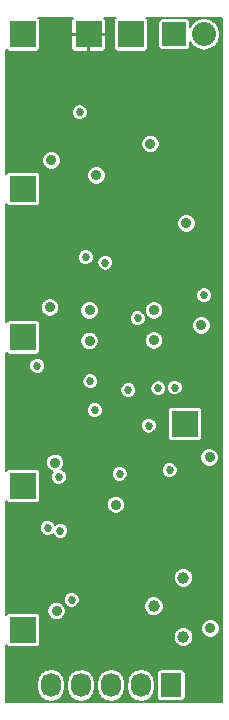
<source format=gbr>
G04 #@! TF.FileFunction,Copper,L2,Inr,Signal*
%FSLAX46Y46*%
G04 Gerber Fmt 4.6, Leading zero omitted, Abs format (unit mm)*
G04 Created by KiCad (PCBNEW 0.201505262310+5684~23~ubuntu14.04.1-product) date Mon 01 Jun 2015 21:54:35 CEST*
%MOMM*%
G01*
G04 APERTURE LIST*
%ADD10C,0.100000*%
%ADD11R,2.032000X2.032000*%
%ADD12O,2.032000X2.032000*%
%ADD13R,2.235200X2.235200*%
%ADD14R,1.727200X2.032000*%
%ADD15O,1.727200X2.032000*%
%ADD16C,1.000000*%
%ADD17C,0.889000*%
%ADD18C,0.685800*%
%ADD19C,0.152400*%
G04 APERTURE END LIST*
D10*
D11*
X82804000Y-77978000D03*
D12*
X85344000Y-77978000D03*
D13*
X69977000Y-77978000D03*
X75539600Y-77978000D03*
X79121000Y-77978000D03*
D14*
X82550000Y-133096000D03*
D15*
X80010000Y-133096000D03*
X77470000Y-133096000D03*
X74930000Y-133096000D03*
X72390000Y-133096000D03*
D13*
X69977000Y-91059000D03*
X69977000Y-103632000D03*
X69977000Y-116205000D03*
X69977000Y-128397000D03*
D16*
X83566000Y-123992000D03*
X81066000Y-126392000D03*
X83566000Y-128992000D03*
D13*
X83705700Y-110947200D03*
D17*
X85852000Y-128270000D03*
X83820000Y-93980000D03*
X80772000Y-87249000D03*
X85090000Y-102616000D03*
X77851000Y-117792500D03*
X85788500Y-113792000D03*
X78422500Y-116649500D03*
X75692000Y-102616000D03*
X82003900Y-88226900D03*
X86354920Y-84160360D03*
X85973920Y-89214960D03*
X79603600Y-124754640D03*
X85664040Y-119948960D03*
D18*
X82397600Y-114858800D03*
X81445100Y-107937300D03*
X79717900Y-102006400D03*
X76962000Y-97307400D03*
X74803000Y-84582000D03*
X75692000Y-107340400D03*
X80645000Y-111099600D03*
X75311000Y-96837500D03*
X82842100Y-107873800D03*
X71183500Y-106045000D03*
X76073000Y-109791500D03*
X72072500Y-119761000D03*
X73025000Y-115443000D03*
X78905100Y-108089700D03*
X74104500Y-125857000D03*
X73152000Y-120002300D03*
X85318600Y-100076000D03*
D17*
X76200000Y-89916000D03*
X81089500Y-101346000D03*
X75628500Y-101346000D03*
X72263000Y-101092000D03*
X72390000Y-88646000D03*
X81089500Y-103886000D03*
X75628500Y-103949500D03*
X72834500Y-126809500D03*
X72707500Y-114236500D03*
D18*
X78168500Y-115189000D03*
D19*
G36*
X86868800Y-134493800D02*
X86690200Y-134493800D01*
X86690200Y-78004374D01*
X86690200Y-77951626D01*
X86587727Y-77436458D01*
X86295907Y-76999719D01*
X85859168Y-76707899D01*
X85344000Y-76605426D01*
X84828832Y-76707899D01*
X84392093Y-76999719D01*
X84156669Y-77352055D01*
X84156669Y-76962000D01*
X84132241Y-76836096D01*
X84059550Y-76725438D01*
X83949813Y-76651364D01*
X83820000Y-76625331D01*
X81788000Y-76625331D01*
X81662096Y-76649759D01*
X81551438Y-76722450D01*
X81477364Y-76832187D01*
X81451331Y-76962000D01*
X81451331Y-78994000D01*
X81475759Y-79119904D01*
X81548450Y-79230562D01*
X81658187Y-79304636D01*
X81788000Y-79330669D01*
X83820000Y-79330669D01*
X83945904Y-79306241D01*
X84056562Y-79233550D01*
X84130636Y-79123813D01*
X84156669Y-78994000D01*
X84156669Y-78603944D01*
X84392093Y-78956281D01*
X84828832Y-79248101D01*
X85344000Y-79350574D01*
X85859168Y-79248101D01*
X86295907Y-78956281D01*
X86587727Y-78519542D01*
X86690200Y-78004374D01*
X86690200Y-134493800D01*
X86626834Y-134493800D01*
X86626834Y-128116579D01*
X86563334Y-127962897D01*
X86563334Y-113638579D01*
X86445641Y-113353741D01*
X86227905Y-113135624D01*
X85991817Y-113037592D01*
X85991817Y-99942699D01*
X85889559Y-99695217D01*
X85700378Y-99505706D01*
X85453075Y-99403017D01*
X85185299Y-99402783D01*
X84937817Y-99505041D01*
X84748306Y-99694222D01*
X84645617Y-99941525D01*
X84645383Y-100209301D01*
X84747641Y-100456783D01*
X84936822Y-100646294D01*
X85184125Y-100748983D01*
X85451901Y-100749217D01*
X85699383Y-100646959D01*
X85888894Y-100457778D01*
X85991583Y-100210475D01*
X85991817Y-99942699D01*
X85991817Y-113037592D01*
X85943273Y-113017435D01*
X85864834Y-113017366D01*
X85864834Y-102462579D01*
X85747141Y-102177741D01*
X85529405Y-101959624D01*
X85244773Y-101841435D01*
X84936579Y-101841166D01*
X84651741Y-101958859D01*
X84594834Y-102015666D01*
X84594834Y-93826579D01*
X84477141Y-93541741D01*
X84259405Y-93323624D01*
X83974773Y-93205435D01*
X83666579Y-93205166D01*
X83381741Y-93322859D01*
X83163624Y-93540595D01*
X83045435Y-93825227D01*
X83045166Y-94133421D01*
X83162859Y-94418259D01*
X83380595Y-94636376D01*
X83665227Y-94754565D01*
X83973421Y-94754834D01*
X84258259Y-94637141D01*
X84476376Y-94419405D01*
X84594565Y-94134773D01*
X84594834Y-93826579D01*
X84594834Y-102015666D01*
X84433624Y-102176595D01*
X84315435Y-102461227D01*
X84315166Y-102769421D01*
X84432859Y-103054259D01*
X84650595Y-103272376D01*
X84935227Y-103390565D01*
X85243421Y-103390834D01*
X85528259Y-103273141D01*
X85746376Y-103055405D01*
X85864565Y-102770773D01*
X85864834Y-102462579D01*
X85864834Y-113017366D01*
X85635079Y-113017166D01*
X85350241Y-113134859D01*
X85159969Y-113324798D01*
X85159969Y-112064800D01*
X85159969Y-109829600D01*
X85135541Y-109703696D01*
X85062850Y-109593038D01*
X84953113Y-109518964D01*
X84823300Y-109492931D01*
X83515317Y-109492931D01*
X83515317Y-107740499D01*
X83413059Y-107493017D01*
X83223878Y-107303506D01*
X82976575Y-107200817D01*
X82708799Y-107200583D01*
X82461317Y-107302841D01*
X82271806Y-107492022D01*
X82169117Y-107739325D01*
X82168883Y-108007101D01*
X82271141Y-108254583D01*
X82460322Y-108444094D01*
X82707625Y-108546783D01*
X82975401Y-108547017D01*
X83222883Y-108444759D01*
X83412394Y-108255578D01*
X83515083Y-108008275D01*
X83515317Y-107740499D01*
X83515317Y-109492931D01*
X82588100Y-109492931D01*
X82462196Y-109517359D01*
X82351538Y-109590050D01*
X82277464Y-109699787D01*
X82251431Y-109829600D01*
X82251431Y-112064800D01*
X82275859Y-112190704D01*
X82348550Y-112301362D01*
X82458287Y-112375436D01*
X82588100Y-112401469D01*
X84823300Y-112401469D01*
X84949204Y-112377041D01*
X85059862Y-112304350D01*
X85133936Y-112194613D01*
X85159969Y-112064800D01*
X85159969Y-113324798D01*
X85132124Y-113352595D01*
X85013935Y-113637227D01*
X85013666Y-113945421D01*
X85131359Y-114230259D01*
X85349095Y-114448376D01*
X85633727Y-114566565D01*
X85941921Y-114566834D01*
X86226759Y-114449141D01*
X86444876Y-114231405D01*
X86563065Y-113946773D01*
X86563334Y-113638579D01*
X86563334Y-127962897D01*
X86509141Y-127831741D01*
X86291405Y-127613624D01*
X86006773Y-127495435D01*
X85698579Y-127495166D01*
X85413741Y-127612859D01*
X85195624Y-127830595D01*
X85077435Y-128115227D01*
X85077166Y-128423421D01*
X85194859Y-128708259D01*
X85412595Y-128926376D01*
X85697227Y-129044565D01*
X86005421Y-129044834D01*
X86290259Y-128927141D01*
X86508376Y-128709405D01*
X86626565Y-128424773D01*
X86626834Y-128116579D01*
X86626834Y-134493800D01*
X84396344Y-134493800D01*
X84396344Y-128827587D01*
X84396344Y-123827587D01*
X84270220Y-123522344D01*
X84036885Y-123288601D01*
X83731862Y-123161944D01*
X83401587Y-123161656D01*
X83096344Y-123287780D01*
X83070817Y-123313262D01*
X83070817Y-114725499D01*
X82968559Y-114478017D01*
X82779378Y-114288506D01*
X82532075Y-114185817D01*
X82264299Y-114185583D01*
X82118317Y-114245901D01*
X82118317Y-107803999D01*
X82016059Y-107556517D01*
X81864334Y-107404527D01*
X81864334Y-103732579D01*
X81864334Y-101192579D01*
X81746641Y-100907741D01*
X81546834Y-100707584D01*
X81546834Y-87095579D01*
X81429141Y-86810741D01*
X81211405Y-86592624D01*
X80926773Y-86474435D01*
X80618579Y-86474166D01*
X80333741Y-86591859D01*
X80115624Y-86809595D01*
X79997435Y-87094227D01*
X79997166Y-87402421D01*
X80114859Y-87687259D01*
X80332595Y-87905376D01*
X80617227Y-88023565D01*
X80925421Y-88023834D01*
X81210259Y-87906141D01*
X81428376Y-87688405D01*
X81546565Y-87403773D01*
X81546834Y-87095579D01*
X81546834Y-100707584D01*
X81528905Y-100689624D01*
X81244273Y-100571435D01*
X80936079Y-100571166D01*
X80651241Y-100688859D01*
X80433124Y-100906595D01*
X80314935Y-101191227D01*
X80314666Y-101499421D01*
X80432359Y-101784259D01*
X80650095Y-102002376D01*
X80934727Y-102120565D01*
X81242921Y-102120834D01*
X81527759Y-102003141D01*
X81745876Y-101785405D01*
X81864065Y-101500773D01*
X81864334Y-101192579D01*
X81864334Y-103732579D01*
X81746641Y-103447741D01*
X81528905Y-103229624D01*
X81244273Y-103111435D01*
X80936079Y-103111166D01*
X80651241Y-103228859D01*
X80433124Y-103446595D01*
X80391117Y-103547759D01*
X80391117Y-101873099D01*
X80288859Y-101625617D01*
X80099678Y-101436106D01*
X79852375Y-101333417D01*
X79584599Y-101333183D01*
X79337117Y-101435441D01*
X79147606Y-101624622D01*
X79044917Y-101871925D01*
X79044683Y-102139701D01*
X79146941Y-102387183D01*
X79336122Y-102576694D01*
X79583425Y-102679383D01*
X79851201Y-102679617D01*
X80098683Y-102577359D01*
X80288194Y-102388178D01*
X80390883Y-102140875D01*
X80391117Y-101873099D01*
X80391117Y-103547759D01*
X80314935Y-103731227D01*
X80314666Y-104039421D01*
X80432359Y-104324259D01*
X80650095Y-104542376D01*
X80934727Y-104660565D01*
X81242921Y-104660834D01*
X81527759Y-104543141D01*
X81745876Y-104325405D01*
X81864065Y-104040773D01*
X81864334Y-103732579D01*
X81864334Y-107404527D01*
X81826878Y-107367006D01*
X81579575Y-107264317D01*
X81311799Y-107264083D01*
X81064317Y-107366341D01*
X80874806Y-107555522D01*
X80772117Y-107802825D01*
X80771883Y-108070601D01*
X80874141Y-108318083D01*
X81063322Y-108507594D01*
X81310625Y-108610283D01*
X81578401Y-108610517D01*
X81825883Y-108508259D01*
X82015394Y-108319078D01*
X82118083Y-108071775D01*
X82118317Y-107803999D01*
X82118317Y-114245901D01*
X82016817Y-114287841D01*
X81827306Y-114477022D01*
X81724617Y-114724325D01*
X81724383Y-114992101D01*
X81826641Y-115239583D01*
X82015822Y-115429094D01*
X82263125Y-115531783D01*
X82530901Y-115532017D01*
X82778383Y-115429759D01*
X82967894Y-115240578D01*
X83070583Y-114993275D01*
X83070817Y-114725499D01*
X83070817Y-123313262D01*
X82862601Y-123521115D01*
X82735944Y-123826138D01*
X82735656Y-124156413D01*
X82861780Y-124461656D01*
X83095115Y-124695399D01*
X83400138Y-124822056D01*
X83730413Y-124822344D01*
X84035656Y-124696220D01*
X84269399Y-124462885D01*
X84396056Y-124157862D01*
X84396344Y-123827587D01*
X84396344Y-128827587D01*
X84270220Y-128522344D01*
X84036885Y-128288601D01*
X83731862Y-128161944D01*
X83401587Y-128161656D01*
X83096344Y-128287780D01*
X82862601Y-128521115D01*
X82735944Y-128826138D01*
X82735656Y-129156413D01*
X82861780Y-129461656D01*
X83095115Y-129695399D01*
X83400138Y-129822056D01*
X83730413Y-129822344D01*
X84035656Y-129696220D01*
X84269399Y-129462885D01*
X84396056Y-129157862D01*
X84396344Y-128827587D01*
X84396344Y-134493800D01*
X83750269Y-134493800D01*
X83750269Y-134112000D01*
X83750269Y-132080000D01*
X83725841Y-131954096D01*
X83653150Y-131843438D01*
X83543413Y-131769364D01*
X83413600Y-131743331D01*
X81896344Y-131743331D01*
X81896344Y-126227587D01*
X81770220Y-125922344D01*
X81536885Y-125688601D01*
X81318217Y-125597801D01*
X81318217Y-110966299D01*
X81215959Y-110718817D01*
X81026778Y-110529306D01*
X80779475Y-110426617D01*
X80511699Y-110426383D01*
X80264217Y-110528641D01*
X80074706Y-110717822D01*
X79972017Y-110965125D01*
X79971783Y-111232901D01*
X80074041Y-111480383D01*
X80263222Y-111669894D01*
X80510525Y-111772583D01*
X80778301Y-111772817D01*
X81025783Y-111670559D01*
X81215294Y-111481378D01*
X81317983Y-111234075D01*
X81318217Y-110966299D01*
X81318217Y-125597801D01*
X81231862Y-125561944D01*
X80901587Y-125561656D01*
X80596344Y-125687780D01*
X80362601Y-125921115D01*
X80235944Y-126226138D01*
X80235656Y-126556413D01*
X80361780Y-126861656D01*
X80595115Y-127095399D01*
X80900138Y-127222056D01*
X81230413Y-127222344D01*
X81535656Y-127096220D01*
X81769399Y-126862885D01*
X81896056Y-126557862D01*
X81896344Y-126227587D01*
X81896344Y-131743331D01*
X81686400Y-131743331D01*
X81560496Y-131767759D01*
X81449838Y-131840450D01*
X81375764Y-131950187D01*
X81349731Y-132080000D01*
X81349731Y-134112000D01*
X81374159Y-134237904D01*
X81446850Y-134348562D01*
X81556587Y-134422636D01*
X81686400Y-134448669D01*
X83413600Y-134448669D01*
X83539504Y-134424241D01*
X83650162Y-134351550D01*
X83724236Y-134241813D01*
X83750269Y-134112000D01*
X83750269Y-134493800D01*
X81203800Y-134493800D01*
X81203800Y-133274774D01*
X81203800Y-132917226D01*
X81112927Y-132460379D01*
X80854144Y-132073082D01*
X80466847Y-131814299D01*
X80010000Y-131723426D01*
X79578317Y-131809293D01*
X79578317Y-107956399D01*
X79476059Y-107708917D01*
X79286878Y-107519406D01*
X79039575Y-107416717D01*
X78771799Y-107416483D01*
X78524317Y-107518741D01*
X78334806Y-107707922D01*
X78232117Y-107955225D01*
X78231883Y-108223001D01*
X78334141Y-108470483D01*
X78523322Y-108659994D01*
X78770625Y-108762683D01*
X79038401Y-108762917D01*
X79285883Y-108660659D01*
X79475394Y-108471478D01*
X79578083Y-108224175D01*
X79578317Y-107956399D01*
X79578317Y-131809293D01*
X79553153Y-131814299D01*
X79165856Y-132073082D01*
X78907073Y-132460379D01*
X78841717Y-132788944D01*
X78841717Y-115055699D01*
X78739459Y-114808217D01*
X78550278Y-114618706D01*
X78302975Y-114516017D01*
X78035199Y-114515783D01*
X77787717Y-114618041D01*
X77635217Y-114770275D01*
X77635217Y-97174099D01*
X77532959Y-96926617D01*
X77343778Y-96737106D01*
X77096475Y-96634417D01*
X76987400Y-96634321D01*
X76987400Y-79161281D01*
X76987400Y-79029919D01*
X76987400Y-78111350D01*
X76904850Y-78028800D01*
X75590400Y-78028800D01*
X75590400Y-79343250D01*
X75672950Y-79425800D01*
X76722881Y-79425800D01*
X76844243Y-79375530D01*
X76937130Y-79282643D01*
X76987400Y-79161281D01*
X76987400Y-96634321D01*
X76974834Y-96634310D01*
X76974834Y-89762579D01*
X76857141Y-89477741D01*
X76639405Y-89259624D01*
X76354773Y-89141435D01*
X76046579Y-89141166D01*
X75761741Y-89258859D01*
X75543624Y-89476595D01*
X75488800Y-89608626D01*
X75488800Y-79343250D01*
X75488800Y-78028800D01*
X74174350Y-78028800D01*
X74091800Y-78111350D01*
X74091800Y-79029919D01*
X74091800Y-79161281D01*
X74142070Y-79282643D01*
X74234957Y-79375530D01*
X74356319Y-79425800D01*
X75406250Y-79425800D01*
X75488800Y-79343250D01*
X75488800Y-89608626D01*
X75476217Y-89638929D01*
X75476217Y-84448699D01*
X75373959Y-84201217D01*
X75184778Y-84011706D01*
X74937475Y-83909017D01*
X74669699Y-83908783D01*
X74422217Y-84011041D01*
X74232706Y-84200222D01*
X74130017Y-84447525D01*
X74129783Y-84715301D01*
X74232041Y-84962783D01*
X74421222Y-85152294D01*
X74668525Y-85254983D01*
X74936301Y-85255217D01*
X75183783Y-85152959D01*
X75373294Y-84963778D01*
X75475983Y-84716475D01*
X75476217Y-84448699D01*
X75476217Y-89638929D01*
X75425435Y-89761227D01*
X75425166Y-90069421D01*
X75542859Y-90354259D01*
X75760595Y-90572376D01*
X76045227Y-90690565D01*
X76353421Y-90690834D01*
X76638259Y-90573141D01*
X76856376Y-90355405D01*
X76974565Y-90070773D01*
X76974834Y-89762579D01*
X76974834Y-96634310D01*
X76828699Y-96634183D01*
X76581217Y-96736441D01*
X76391706Y-96925622D01*
X76289017Y-97172925D01*
X76288783Y-97440701D01*
X76391041Y-97688183D01*
X76580222Y-97877694D01*
X76827525Y-97980383D01*
X77095301Y-97980617D01*
X77342783Y-97878359D01*
X77532294Y-97689178D01*
X77634983Y-97441875D01*
X77635217Y-97174099D01*
X77635217Y-114770275D01*
X77598206Y-114807222D01*
X77495517Y-115054525D01*
X77495283Y-115322301D01*
X77597541Y-115569783D01*
X77786722Y-115759294D01*
X78034025Y-115861983D01*
X78301801Y-115862217D01*
X78549283Y-115759959D01*
X78738794Y-115570778D01*
X78841483Y-115323475D01*
X78841717Y-115055699D01*
X78841717Y-132788944D01*
X78816200Y-132917226D01*
X78816200Y-133274774D01*
X78907073Y-133731621D01*
X79165856Y-134118918D01*
X79553153Y-134377701D01*
X80010000Y-134468574D01*
X80466847Y-134377701D01*
X80854144Y-134118918D01*
X81112927Y-133731621D01*
X81203800Y-133274774D01*
X81203800Y-134493800D01*
X78663800Y-134493800D01*
X78663800Y-133274774D01*
X78663800Y-132917226D01*
X78625834Y-132726359D01*
X78625834Y-117639079D01*
X78508141Y-117354241D01*
X78290405Y-117136124D01*
X78005773Y-117017935D01*
X77697579Y-117017666D01*
X77412741Y-117135359D01*
X77194624Y-117353095D01*
X77076435Y-117637727D01*
X77076166Y-117945921D01*
X77193859Y-118230759D01*
X77411595Y-118448876D01*
X77696227Y-118567065D01*
X78004421Y-118567334D01*
X78289259Y-118449641D01*
X78507376Y-118231905D01*
X78625565Y-117947273D01*
X78625834Y-117639079D01*
X78625834Y-132726359D01*
X78572927Y-132460379D01*
X78314144Y-132073082D01*
X77926847Y-131814299D01*
X77470000Y-131723426D01*
X77013153Y-131814299D01*
X76746217Y-131992659D01*
X76746217Y-109658199D01*
X76643959Y-109410717D01*
X76454778Y-109221206D01*
X76403334Y-109199844D01*
X76403334Y-103796079D01*
X76403334Y-101192579D01*
X76285641Y-100907741D01*
X76067905Y-100689624D01*
X75984217Y-100654873D01*
X75984217Y-96704199D01*
X75881959Y-96456717D01*
X75692778Y-96267206D01*
X75445475Y-96164517D01*
X75177699Y-96164283D01*
X74930217Y-96266541D01*
X74740706Y-96455722D01*
X74638017Y-96703025D01*
X74637783Y-96970801D01*
X74740041Y-97218283D01*
X74929222Y-97407794D01*
X75176525Y-97510483D01*
X75444301Y-97510717D01*
X75691783Y-97408459D01*
X75881294Y-97219278D01*
X75983983Y-96971975D01*
X75984217Y-96704199D01*
X75984217Y-100654873D01*
X75783273Y-100571435D01*
X75475079Y-100571166D01*
X75190241Y-100688859D01*
X74972124Y-100906595D01*
X74853935Y-101191227D01*
X74853666Y-101499421D01*
X74971359Y-101784259D01*
X75189095Y-102002376D01*
X75473727Y-102120565D01*
X75781921Y-102120834D01*
X76066759Y-102003141D01*
X76284876Y-101785405D01*
X76403065Y-101500773D01*
X76403334Y-101192579D01*
X76403334Y-103796079D01*
X76285641Y-103511241D01*
X76067905Y-103293124D01*
X75783273Y-103174935D01*
X75475079Y-103174666D01*
X75190241Y-103292359D01*
X74972124Y-103510095D01*
X74853935Y-103794727D01*
X74853666Y-104102921D01*
X74971359Y-104387759D01*
X75189095Y-104605876D01*
X75473727Y-104724065D01*
X75781921Y-104724334D01*
X76066759Y-104606641D01*
X76284876Y-104388905D01*
X76403065Y-104104273D01*
X76403334Y-103796079D01*
X76403334Y-109199844D01*
X76365217Y-109184017D01*
X76365217Y-107207099D01*
X76262959Y-106959617D01*
X76073778Y-106770106D01*
X75826475Y-106667417D01*
X75558699Y-106667183D01*
X75311217Y-106769441D01*
X75121706Y-106958622D01*
X75019017Y-107205925D01*
X75018783Y-107473701D01*
X75121041Y-107721183D01*
X75310222Y-107910694D01*
X75557525Y-108013383D01*
X75825301Y-108013617D01*
X76072783Y-107911359D01*
X76262294Y-107722178D01*
X76364983Y-107474875D01*
X76365217Y-107207099D01*
X76365217Y-109184017D01*
X76207475Y-109118517D01*
X75939699Y-109118283D01*
X75692217Y-109220541D01*
X75502706Y-109409722D01*
X75400017Y-109657025D01*
X75399783Y-109924801D01*
X75502041Y-110172283D01*
X75691222Y-110361794D01*
X75938525Y-110464483D01*
X76206301Y-110464717D01*
X76453783Y-110362459D01*
X76643294Y-110173278D01*
X76745983Y-109925975D01*
X76746217Y-109658199D01*
X76746217Y-131992659D01*
X76625856Y-132073082D01*
X76367073Y-132460379D01*
X76276200Y-132917226D01*
X76276200Y-133274774D01*
X76367073Y-133731621D01*
X76625856Y-134118918D01*
X77013153Y-134377701D01*
X77470000Y-134468574D01*
X77926847Y-134377701D01*
X78314144Y-134118918D01*
X78572927Y-133731621D01*
X78663800Y-133274774D01*
X78663800Y-134493800D01*
X76123800Y-134493800D01*
X76123800Y-133274774D01*
X76123800Y-132917226D01*
X76032927Y-132460379D01*
X75774144Y-132073082D01*
X75386847Y-131814299D01*
X74930000Y-131723426D01*
X74777717Y-131753717D01*
X74777717Y-125723699D01*
X74675459Y-125476217D01*
X74486278Y-125286706D01*
X74238975Y-125184017D01*
X73971199Y-125183783D01*
X73825217Y-125244101D01*
X73825217Y-119868999D01*
X73722959Y-119621517D01*
X73698217Y-119596731D01*
X73698217Y-115309699D01*
X73595959Y-115062217D01*
X73406778Y-114872706D01*
X73237248Y-114802311D01*
X73363876Y-114675905D01*
X73482065Y-114391273D01*
X73482334Y-114083079D01*
X73364641Y-113798241D01*
X73164834Y-113598084D01*
X73164834Y-88492579D01*
X73047141Y-88207741D01*
X72829405Y-87989624D01*
X72544773Y-87871435D01*
X72236579Y-87871166D01*
X71951741Y-87988859D01*
X71733624Y-88206595D01*
X71615435Y-88491227D01*
X71615166Y-88799421D01*
X71732859Y-89084259D01*
X71950595Y-89302376D01*
X72235227Y-89420565D01*
X72543421Y-89420834D01*
X72828259Y-89303141D01*
X73046376Y-89085405D01*
X73164565Y-88800773D01*
X73164834Y-88492579D01*
X73164834Y-113598084D01*
X73146905Y-113580124D01*
X73037834Y-113534833D01*
X73037834Y-100938579D01*
X72920141Y-100653741D01*
X72702405Y-100435624D01*
X72417773Y-100317435D01*
X72109579Y-100317166D01*
X71824741Y-100434859D01*
X71606624Y-100652595D01*
X71488435Y-100937227D01*
X71488166Y-101245421D01*
X71605859Y-101530259D01*
X71823595Y-101748376D01*
X72108227Y-101866565D01*
X72416421Y-101866834D01*
X72701259Y-101749141D01*
X72919376Y-101531405D01*
X73037565Y-101246773D01*
X73037834Y-100938579D01*
X73037834Y-113534833D01*
X72862273Y-113461935D01*
X72554079Y-113461666D01*
X72269241Y-113579359D01*
X72051124Y-113797095D01*
X71932935Y-114081727D01*
X71932666Y-114389921D01*
X72050359Y-114674759D01*
X72268095Y-114892876D01*
X72518985Y-114997054D01*
X72454706Y-115061222D01*
X72352017Y-115308525D01*
X72351783Y-115576301D01*
X72454041Y-115823783D01*
X72643222Y-116013294D01*
X72890525Y-116115983D01*
X73158301Y-116116217D01*
X73405783Y-116013959D01*
X73595294Y-115824778D01*
X73697983Y-115577475D01*
X73698217Y-115309699D01*
X73698217Y-119596731D01*
X73533778Y-119432006D01*
X73286475Y-119329317D01*
X73018699Y-119329083D01*
X72771217Y-119431341D01*
X72695722Y-119506703D01*
X72643459Y-119380217D01*
X72454278Y-119190706D01*
X72206975Y-119088017D01*
X71939199Y-119087783D01*
X71856717Y-119121864D01*
X71856717Y-105911699D01*
X71754459Y-105664217D01*
X71565278Y-105474706D01*
X71317975Y-105372017D01*
X71050199Y-105371783D01*
X70802717Y-105474041D01*
X70613206Y-105663222D01*
X70510517Y-105910525D01*
X70510283Y-106178301D01*
X70612541Y-106425783D01*
X70801722Y-106615294D01*
X71049025Y-106717983D01*
X71316801Y-106718217D01*
X71564283Y-106615959D01*
X71753794Y-106426778D01*
X71856483Y-106179475D01*
X71856717Y-105911699D01*
X71856717Y-119121864D01*
X71691717Y-119190041D01*
X71502206Y-119379222D01*
X71399517Y-119626525D01*
X71399283Y-119894301D01*
X71501541Y-120141783D01*
X71690722Y-120331294D01*
X71938025Y-120433983D01*
X72205801Y-120434217D01*
X72453283Y-120331959D01*
X72528777Y-120256596D01*
X72581041Y-120383083D01*
X72770222Y-120572594D01*
X73017525Y-120675283D01*
X73285301Y-120675517D01*
X73532783Y-120573259D01*
X73722294Y-120384078D01*
X73824983Y-120136775D01*
X73825217Y-119868999D01*
X73825217Y-125244101D01*
X73723717Y-125286041D01*
X73534206Y-125475222D01*
X73431517Y-125722525D01*
X73431283Y-125990301D01*
X73533541Y-126237783D01*
X73722722Y-126427294D01*
X73970025Y-126529983D01*
X74237801Y-126530217D01*
X74485283Y-126427959D01*
X74674794Y-126238778D01*
X74777483Y-125991475D01*
X74777717Y-125723699D01*
X74777717Y-131753717D01*
X74473153Y-131814299D01*
X74085856Y-132073082D01*
X73827073Y-132460379D01*
X73736200Y-132917226D01*
X73736200Y-133274774D01*
X73827073Y-133731621D01*
X74085856Y-134118918D01*
X74473153Y-134377701D01*
X74930000Y-134468574D01*
X75386847Y-134377701D01*
X75774144Y-134118918D01*
X76032927Y-133731621D01*
X76123800Y-133274774D01*
X76123800Y-134493800D01*
X73609334Y-134493800D01*
X73609334Y-126656079D01*
X73491641Y-126371241D01*
X73273905Y-126153124D01*
X72989273Y-126034935D01*
X72681079Y-126034666D01*
X72396241Y-126152359D01*
X72178124Y-126370095D01*
X72059935Y-126654727D01*
X72059666Y-126962921D01*
X72177359Y-127247759D01*
X72395095Y-127465876D01*
X72679727Y-127584065D01*
X72987921Y-127584334D01*
X73272759Y-127466641D01*
X73490876Y-127248905D01*
X73609065Y-126964273D01*
X73609334Y-126656079D01*
X73609334Y-134493800D01*
X73583800Y-134493800D01*
X73583800Y-133274774D01*
X73583800Y-132917226D01*
X73492927Y-132460379D01*
X73234144Y-132073082D01*
X72846847Y-131814299D01*
X72390000Y-131723426D01*
X71933153Y-131814299D01*
X71545856Y-132073082D01*
X71287073Y-132460379D01*
X71196200Y-132917226D01*
X71196200Y-133274774D01*
X71287073Y-133731621D01*
X71545856Y-134118918D01*
X71933153Y-134377701D01*
X72390000Y-134468574D01*
X72846847Y-134377701D01*
X73234144Y-134118918D01*
X73492927Y-133731621D01*
X73583800Y-133274774D01*
X73583800Y-134493800D01*
X68579200Y-134493800D01*
X68579200Y-129689280D01*
X68619850Y-129751162D01*
X68729587Y-129825236D01*
X68859400Y-129851269D01*
X71094600Y-129851269D01*
X71220504Y-129826841D01*
X71331162Y-129754150D01*
X71405236Y-129644413D01*
X71431269Y-129514600D01*
X71431269Y-127279400D01*
X71406841Y-127153496D01*
X71334150Y-127042838D01*
X71224413Y-126968764D01*
X71094600Y-126942731D01*
X68859400Y-126942731D01*
X68733496Y-126967159D01*
X68622838Y-127039850D01*
X68579200Y-127104497D01*
X68579200Y-117497280D01*
X68619850Y-117559162D01*
X68729587Y-117633236D01*
X68859400Y-117659269D01*
X71094600Y-117659269D01*
X71220504Y-117634841D01*
X71331162Y-117562150D01*
X71405236Y-117452413D01*
X71431269Y-117322600D01*
X71431269Y-115087400D01*
X71406841Y-114961496D01*
X71334150Y-114850838D01*
X71224413Y-114776764D01*
X71094600Y-114750731D01*
X68859400Y-114750731D01*
X68733496Y-114775159D01*
X68622838Y-114847850D01*
X68579200Y-114912497D01*
X68579200Y-104924280D01*
X68619850Y-104986162D01*
X68729587Y-105060236D01*
X68859400Y-105086269D01*
X71094600Y-105086269D01*
X71220504Y-105061841D01*
X71331162Y-104989150D01*
X71405236Y-104879413D01*
X71431269Y-104749600D01*
X71431269Y-102514400D01*
X71406841Y-102388496D01*
X71334150Y-102277838D01*
X71224413Y-102203764D01*
X71094600Y-102177731D01*
X68859400Y-102177731D01*
X68733496Y-102202159D01*
X68622838Y-102274850D01*
X68579200Y-102339497D01*
X68579200Y-92351280D01*
X68619850Y-92413162D01*
X68729587Y-92487236D01*
X68859400Y-92513269D01*
X71094600Y-92513269D01*
X71220504Y-92488841D01*
X71331162Y-92416150D01*
X71405236Y-92306413D01*
X71431269Y-92176600D01*
X71431269Y-89941400D01*
X71406841Y-89815496D01*
X71334150Y-89704838D01*
X71224413Y-89630764D01*
X71094600Y-89604731D01*
X68859400Y-89604731D01*
X68733496Y-89629159D01*
X68622838Y-89701850D01*
X68579200Y-89766497D01*
X68579200Y-79270280D01*
X68619850Y-79332162D01*
X68729587Y-79406236D01*
X68859400Y-79432269D01*
X71094600Y-79432269D01*
X71220504Y-79407841D01*
X71331162Y-79335150D01*
X71405236Y-79225413D01*
X71431269Y-79095600D01*
X71431269Y-76860400D01*
X71406841Y-76734496D01*
X71334150Y-76623838D01*
X71269502Y-76580200D01*
X74235608Y-76580200D01*
X74234957Y-76580470D01*
X74142070Y-76673357D01*
X74091800Y-76794719D01*
X74091800Y-76926081D01*
X74091800Y-77844650D01*
X74174350Y-77927200D01*
X75488800Y-77927200D01*
X75488800Y-77907200D01*
X75590400Y-77907200D01*
X75590400Y-77927200D01*
X76904850Y-77927200D01*
X76987400Y-77844650D01*
X76987400Y-76926081D01*
X76987400Y-76794719D01*
X76937130Y-76673357D01*
X76844243Y-76580470D01*
X76843591Y-76580200D01*
X77828719Y-76580200D01*
X77766838Y-76620850D01*
X77692764Y-76730587D01*
X77666731Y-76860400D01*
X77666731Y-79095600D01*
X77691159Y-79221504D01*
X77763850Y-79332162D01*
X77873587Y-79406236D01*
X78003400Y-79432269D01*
X80238600Y-79432269D01*
X80364504Y-79407841D01*
X80475162Y-79335150D01*
X80549236Y-79225413D01*
X80575269Y-79095600D01*
X80575269Y-76860400D01*
X80550841Y-76734496D01*
X80478150Y-76623838D01*
X80413502Y-76580200D01*
X86868800Y-76580200D01*
X86868800Y-134493800D01*
X86868800Y-134493800D01*
G37*
X86868800Y-134493800D02*
X86690200Y-134493800D01*
X86690200Y-78004374D01*
X86690200Y-77951626D01*
X86587727Y-77436458D01*
X86295907Y-76999719D01*
X85859168Y-76707899D01*
X85344000Y-76605426D01*
X84828832Y-76707899D01*
X84392093Y-76999719D01*
X84156669Y-77352055D01*
X84156669Y-76962000D01*
X84132241Y-76836096D01*
X84059550Y-76725438D01*
X83949813Y-76651364D01*
X83820000Y-76625331D01*
X81788000Y-76625331D01*
X81662096Y-76649759D01*
X81551438Y-76722450D01*
X81477364Y-76832187D01*
X81451331Y-76962000D01*
X81451331Y-78994000D01*
X81475759Y-79119904D01*
X81548450Y-79230562D01*
X81658187Y-79304636D01*
X81788000Y-79330669D01*
X83820000Y-79330669D01*
X83945904Y-79306241D01*
X84056562Y-79233550D01*
X84130636Y-79123813D01*
X84156669Y-78994000D01*
X84156669Y-78603944D01*
X84392093Y-78956281D01*
X84828832Y-79248101D01*
X85344000Y-79350574D01*
X85859168Y-79248101D01*
X86295907Y-78956281D01*
X86587727Y-78519542D01*
X86690200Y-78004374D01*
X86690200Y-134493800D01*
X86626834Y-134493800D01*
X86626834Y-128116579D01*
X86563334Y-127962897D01*
X86563334Y-113638579D01*
X86445641Y-113353741D01*
X86227905Y-113135624D01*
X85991817Y-113037592D01*
X85991817Y-99942699D01*
X85889559Y-99695217D01*
X85700378Y-99505706D01*
X85453075Y-99403017D01*
X85185299Y-99402783D01*
X84937817Y-99505041D01*
X84748306Y-99694222D01*
X84645617Y-99941525D01*
X84645383Y-100209301D01*
X84747641Y-100456783D01*
X84936822Y-100646294D01*
X85184125Y-100748983D01*
X85451901Y-100749217D01*
X85699383Y-100646959D01*
X85888894Y-100457778D01*
X85991583Y-100210475D01*
X85991817Y-99942699D01*
X85991817Y-113037592D01*
X85943273Y-113017435D01*
X85864834Y-113017366D01*
X85864834Y-102462579D01*
X85747141Y-102177741D01*
X85529405Y-101959624D01*
X85244773Y-101841435D01*
X84936579Y-101841166D01*
X84651741Y-101958859D01*
X84594834Y-102015666D01*
X84594834Y-93826579D01*
X84477141Y-93541741D01*
X84259405Y-93323624D01*
X83974773Y-93205435D01*
X83666579Y-93205166D01*
X83381741Y-93322859D01*
X83163624Y-93540595D01*
X83045435Y-93825227D01*
X83045166Y-94133421D01*
X83162859Y-94418259D01*
X83380595Y-94636376D01*
X83665227Y-94754565D01*
X83973421Y-94754834D01*
X84258259Y-94637141D01*
X84476376Y-94419405D01*
X84594565Y-94134773D01*
X84594834Y-93826579D01*
X84594834Y-102015666D01*
X84433624Y-102176595D01*
X84315435Y-102461227D01*
X84315166Y-102769421D01*
X84432859Y-103054259D01*
X84650595Y-103272376D01*
X84935227Y-103390565D01*
X85243421Y-103390834D01*
X85528259Y-103273141D01*
X85746376Y-103055405D01*
X85864565Y-102770773D01*
X85864834Y-102462579D01*
X85864834Y-113017366D01*
X85635079Y-113017166D01*
X85350241Y-113134859D01*
X85159969Y-113324798D01*
X85159969Y-112064800D01*
X85159969Y-109829600D01*
X85135541Y-109703696D01*
X85062850Y-109593038D01*
X84953113Y-109518964D01*
X84823300Y-109492931D01*
X83515317Y-109492931D01*
X83515317Y-107740499D01*
X83413059Y-107493017D01*
X83223878Y-107303506D01*
X82976575Y-107200817D01*
X82708799Y-107200583D01*
X82461317Y-107302841D01*
X82271806Y-107492022D01*
X82169117Y-107739325D01*
X82168883Y-108007101D01*
X82271141Y-108254583D01*
X82460322Y-108444094D01*
X82707625Y-108546783D01*
X82975401Y-108547017D01*
X83222883Y-108444759D01*
X83412394Y-108255578D01*
X83515083Y-108008275D01*
X83515317Y-107740499D01*
X83515317Y-109492931D01*
X82588100Y-109492931D01*
X82462196Y-109517359D01*
X82351538Y-109590050D01*
X82277464Y-109699787D01*
X82251431Y-109829600D01*
X82251431Y-112064800D01*
X82275859Y-112190704D01*
X82348550Y-112301362D01*
X82458287Y-112375436D01*
X82588100Y-112401469D01*
X84823300Y-112401469D01*
X84949204Y-112377041D01*
X85059862Y-112304350D01*
X85133936Y-112194613D01*
X85159969Y-112064800D01*
X85159969Y-113324798D01*
X85132124Y-113352595D01*
X85013935Y-113637227D01*
X85013666Y-113945421D01*
X85131359Y-114230259D01*
X85349095Y-114448376D01*
X85633727Y-114566565D01*
X85941921Y-114566834D01*
X86226759Y-114449141D01*
X86444876Y-114231405D01*
X86563065Y-113946773D01*
X86563334Y-113638579D01*
X86563334Y-127962897D01*
X86509141Y-127831741D01*
X86291405Y-127613624D01*
X86006773Y-127495435D01*
X85698579Y-127495166D01*
X85413741Y-127612859D01*
X85195624Y-127830595D01*
X85077435Y-128115227D01*
X85077166Y-128423421D01*
X85194859Y-128708259D01*
X85412595Y-128926376D01*
X85697227Y-129044565D01*
X86005421Y-129044834D01*
X86290259Y-128927141D01*
X86508376Y-128709405D01*
X86626565Y-128424773D01*
X86626834Y-128116579D01*
X86626834Y-134493800D01*
X84396344Y-134493800D01*
X84396344Y-128827587D01*
X84396344Y-123827587D01*
X84270220Y-123522344D01*
X84036885Y-123288601D01*
X83731862Y-123161944D01*
X83401587Y-123161656D01*
X83096344Y-123287780D01*
X83070817Y-123313262D01*
X83070817Y-114725499D01*
X82968559Y-114478017D01*
X82779378Y-114288506D01*
X82532075Y-114185817D01*
X82264299Y-114185583D01*
X82118317Y-114245901D01*
X82118317Y-107803999D01*
X82016059Y-107556517D01*
X81864334Y-107404527D01*
X81864334Y-103732579D01*
X81864334Y-101192579D01*
X81746641Y-100907741D01*
X81546834Y-100707584D01*
X81546834Y-87095579D01*
X81429141Y-86810741D01*
X81211405Y-86592624D01*
X80926773Y-86474435D01*
X80618579Y-86474166D01*
X80333741Y-86591859D01*
X80115624Y-86809595D01*
X79997435Y-87094227D01*
X79997166Y-87402421D01*
X80114859Y-87687259D01*
X80332595Y-87905376D01*
X80617227Y-88023565D01*
X80925421Y-88023834D01*
X81210259Y-87906141D01*
X81428376Y-87688405D01*
X81546565Y-87403773D01*
X81546834Y-87095579D01*
X81546834Y-100707584D01*
X81528905Y-100689624D01*
X81244273Y-100571435D01*
X80936079Y-100571166D01*
X80651241Y-100688859D01*
X80433124Y-100906595D01*
X80314935Y-101191227D01*
X80314666Y-101499421D01*
X80432359Y-101784259D01*
X80650095Y-102002376D01*
X80934727Y-102120565D01*
X81242921Y-102120834D01*
X81527759Y-102003141D01*
X81745876Y-101785405D01*
X81864065Y-101500773D01*
X81864334Y-101192579D01*
X81864334Y-103732579D01*
X81746641Y-103447741D01*
X81528905Y-103229624D01*
X81244273Y-103111435D01*
X80936079Y-103111166D01*
X80651241Y-103228859D01*
X80433124Y-103446595D01*
X80391117Y-103547759D01*
X80391117Y-101873099D01*
X80288859Y-101625617D01*
X80099678Y-101436106D01*
X79852375Y-101333417D01*
X79584599Y-101333183D01*
X79337117Y-101435441D01*
X79147606Y-101624622D01*
X79044917Y-101871925D01*
X79044683Y-102139701D01*
X79146941Y-102387183D01*
X79336122Y-102576694D01*
X79583425Y-102679383D01*
X79851201Y-102679617D01*
X80098683Y-102577359D01*
X80288194Y-102388178D01*
X80390883Y-102140875D01*
X80391117Y-101873099D01*
X80391117Y-103547759D01*
X80314935Y-103731227D01*
X80314666Y-104039421D01*
X80432359Y-104324259D01*
X80650095Y-104542376D01*
X80934727Y-104660565D01*
X81242921Y-104660834D01*
X81527759Y-104543141D01*
X81745876Y-104325405D01*
X81864065Y-104040773D01*
X81864334Y-103732579D01*
X81864334Y-107404527D01*
X81826878Y-107367006D01*
X81579575Y-107264317D01*
X81311799Y-107264083D01*
X81064317Y-107366341D01*
X80874806Y-107555522D01*
X80772117Y-107802825D01*
X80771883Y-108070601D01*
X80874141Y-108318083D01*
X81063322Y-108507594D01*
X81310625Y-108610283D01*
X81578401Y-108610517D01*
X81825883Y-108508259D01*
X82015394Y-108319078D01*
X82118083Y-108071775D01*
X82118317Y-107803999D01*
X82118317Y-114245901D01*
X82016817Y-114287841D01*
X81827306Y-114477022D01*
X81724617Y-114724325D01*
X81724383Y-114992101D01*
X81826641Y-115239583D01*
X82015822Y-115429094D01*
X82263125Y-115531783D01*
X82530901Y-115532017D01*
X82778383Y-115429759D01*
X82967894Y-115240578D01*
X83070583Y-114993275D01*
X83070817Y-114725499D01*
X83070817Y-123313262D01*
X82862601Y-123521115D01*
X82735944Y-123826138D01*
X82735656Y-124156413D01*
X82861780Y-124461656D01*
X83095115Y-124695399D01*
X83400138Y-124822056D01*
X83730413Y-124822344D01*
X84035656Y-124696220D01*
X84269399Y-124462885D01*
X84396056Y-124157862D01*
X84396344Y-123827587D01*
X84396344Y-128827587D01*
X84270220Y-128522344D01*
X84036885Y-128288601D01*
X83731862Y-128161944D01*
X83401587Y-128161656D01*
X83096344Y-128287780D01*
X82862601Y-128521115D01*
X82735944Y-128826138D01*
X82735656Y-129156413D01*
X82861780Y-129461656D01*
X83095115Y-129695399D01*
X83400138Y-129822056D01*
X83730413Y-129822344D01*
X84035656Y-129696220D01*
X84269399Y-129462885D01*
X84396056Y-129157862D01*
X84396344Y-128827587D01*
X84396344Y-134493800D01*
X83750269Y-134493800D01*
X83750269Y-134112000D01*
X83750269Y-132080000D01*
X83725841Y-131954096D01*
X83653150Y-131843438D01*
X83543413Y-131769364D01*
X83413600Y-131743331D01*
X81896344Y-131743331D01*
X81896344Y-126227587D01*
X81770220Y-125922344D01*
X81536885Y-125688601D01*
X81318217Y-125597801D01*
X81318217Y-110966299D01*
X81215959Y-110718817D01*
X81026778Y-110529306D01*
X80779475Y-110426617D01*
X80511699Y-110426383D01*
X80264217Y-110528641D01*
X80074706Y-110717822D01*
X79972017Y-110965125D01*
X79971783Y-111232901D01*
X80074041Y-111480383D01*
X80263222Y-111669894D01*
X80510525Y-111772583D01*
X80778301Y-111772817D01*
X81025783Y-111670559D01*
X81215294Y-111481378D01*
X81317983Y-111234075D01*
X81318217Y-110966299D01*
X81318217Y-125597801D01*
X81231862Y-125561944D01*
X80901587Y-125561656D01*
X80596344Y-125687780D01*
X80362601Y-125921115D01*
X80235944Y-126226138D01*
X80235656Y-126556413D01*
X80361780Y-126861656D01*
X80595115Y-127095399D01*
X80900138Y-127222056D01*
X81230413Y-127222344D01*
X81535656Y-127096220D01*
X81769399Y-126862885D01*
X81896056Y-126557862D01*
X81896344Y-126227587D01*
X81896344Y-131743331D01*
X81686400Y-131743331D01*
X81560496Y-131767759D01*
X81449838Y-131840450D01*
X81375764Y-131950187D01*
X81349731Y-132080000D01*
X81349731Y-134112000D01*
X81374159Y-134237904D01*
X81446850Y-134348562D01*
X81556587Y-134422636D01*
X81686400Y-134448669D01*
X83413600Y-134448669D01*
X83539504Y-134424241D01*
X83650162Y-134351550D01*
X83724236Y-134241813D01*
X83750269Y-134112000D01*
X83750269Y-134493800D01*
X81203800Y-134493800D01*
X81203800Y-133274774D01*
X81203800Y-132917226D01*
X81112927Y-132460379D01*
X80854144Y-132073082D01*
X80466847Y-131814299D01*
X80010000Y-131723426D01*
X79578317Y-131809293D01*
X79578317Y-107956399D01*
X79476059Y-107708917D01*
X79286878Y-107519406D01*
X79039575Y-107416717D01*
X78771799Y-107416483D01*
X78524317Y-107518741D01*
X78334806Y-107707922D01*
X78232117Y-107955225D01*
X78231883Y-108223001D01*
X78334141Y-108470483D01*
X78523322Y-108659994D01*
X78770625Y-108762683D01*
X79038401Y-108762917D01*
X79285883Y-108660659D01*
X79475394Y-108471478D01*
X79578083Y-108224175D01*
X79578317Y-107956399D01*
X79578317Y-131809293D01*
X79553153Y-131814299D01*
X79165856Y-132073082D01*
X78907073Y-132460379D01*
X78841717Y-132788944D01*
X78841717Y-115055699D01*
X78739459Y-114808217D01*
X78550278Y-114618706D01*
X78302975Y-114516017D01*
X78035199Y-114515783D01*
X77787717Y-114618041D01*
X77635217Y-114770275D01*
X77635217Y-97174099D01*
X77532959Y-96926617D01*
X77343778Y-96737106D01*
X77096475Y-96634417D01*
X76987400Y-96634321D01*
X76987400Y-79161281D01*
X76987400Y-79029919D01*
X76987400Y-78111350D01*
X76904850Y-78028800D01*
X75590400Y-78028800D01*
X75590400Y-79343250D01*
X75672950Y-79425800D01*
X76722881Y-79425800D01*
X76844243Y-79375530D01*
X76937130Y-79282643D01*
X76987400Y-79161281D01*
X76987400Y-96634321D01*
X76974834Y-96634310D01*
X76974834Y-89762579D01*
X76857141Y-89477741D01*
X76639405Y-89259624D01*
X76354773Y-89141435D01*
X76046579Y-89141166D01*
X75761741Y-89258859D01*
X75543624Y-89476595D01*
X75488800Y-89608626D01*
X75488800Y-79343250D01*
X75488800Y-78028800D01*
X74174350Y-78028800D01*
X74091800Y-78111350D01*
X74091800Y-79029919D01*
X74091800Y-79161281D01*
X74142070Y-79282643D01*
X74234957Y-79375530D01*
X74356319Y-79425800D01*
X75406250Y-79425800D01*
X75488800Y-79343250D01*
X75488800Y-89608626D01*
X75476217Y-89638929D01*
X75476217Y-84448699D01*
X75373959Y-84201217D01*
X75184778Y-84011706D01*
X74937475Y-83909017D01*
X74669699Y-83908783D01*
X74422217Y-84011041D01*
X74232706Y-84200222D01*
X74130017Y-84447525D01*
X74129783Y-84715301D01*
X74232041Y-84962783D01*
X74421222Y-85152294D01*
X74668525Y-85254983D01*
X74936301Y-85255217D01*
X75183783Y-85152959D01*
X75373294Y-84963778D01*
X75475983Y-84716475D01*
X75476217Y-84448699D01*
X75476217Y-89638929D01*
X75425435Y-89761227D01*
X75425166Y-90069421D01*
X75542859Y-90354259D01*
X75760595Y-90572376D01*
X76045227Y-90690565D01*
X76353421Y-90690834D01*
X76638259Y-90573141D01*
X76856376Y-90355405D01*
X76974565Y-90070773D01*
X76974834Y-89762579D01*
X76974834Y-96634310D01*
X76828699Y-96634183D01*
X76581217Y-96736441D01*
X76391706Y-96925622D01*
X76289017Y-97172925D01*
X76288783Y-97440701D01*
X76391041Y-97688183D01*
X76580222Y-97877694D01*
X76827525Y-97980383D01*
X77095301Y-97980617D01*
X77342783Y-97878359D01*
X77532294Y-97689178D01*
X77634983Y-97441875D01*
X77635217Y-97174099D01*
X77635217Y-114770275D01*
X77598206Y-114807222D01*
X77495517Y-115054525D01*
X77495283Y-115322301D01*
X77597541Y-115569783D01*
X77786722Y-115759294D01*
X78034025Y-115861983D01*
X78301801Y-115862217D01*
X78549283Y-115759959D01*
X78738794Y-115570778D01*
X78841483Y-115323475D01*
X78841717Y-115055699D01*
X78841717Y-132788944D01*
X78816200Y-132917226D01*
X78816200Y-133274774D01*
X78907073Y-133731621D01*
X79165856Y-134118918D01*
X79553153Y-134377701D01*
X80010000Y-134468574D01*
X80466847Y-134377701D01*
X80854144Y-134118918D01*
X81112927Y-133731621D01*
X81203800Y-133274774D01*
X81203800Y-134493800D01*
X78663800Y-134493800D01*
X78663800Y-133274774D01*
X78663800Y-132917226D01*
X78625834Y-132726359D01*
X78625834Y-117639079D01*
X78508141Y-117354241D01*
X78290405Y-117136124D01*
X78005773Y-117017935D01*
X77697579Y-117017666D01*
X77412741Y-117135359D01*
X77194624Y-117353095D01*
X77076435Y-117637727D01*
X77076166Y-117945921D01*
X77193859Y-118230759D01*
X77411595Y-118448876D01*
X77696227Y-118567065D01*
X78004421Y-118567334D01*
X78289259Y-118449641D01*
X78507376Y-118231905D01*
X78625565Y-117947273D01*
X78625834Y-117639079D01*
X78625834Y-132726359D01*
X78572927Y-132460379D01*
X78314144Y-132073082D01*
X77926847Y-131814299D01*
X77470000Y-131723426D01*
X77013153Y-131814299D01*
X76746217Y-131992659D01*
X76746217Y-109658199D01*
X76643959Y-109410717D01*
X76454778Y-109221206D01*
X76403334Y-109199844D01*
X76403334Y-103796079D01*
X76403334Y-101192579D01*
X76285641Y-100907741D01*
X76067905Y-100689624D01*
X75984217Y-100654873D01*
X75984217Y-96704199D01*
X75881959Y-96456717D01*
X75692778Y-96267206D01*
X75445475Y-96164517D01*
X75177699Y-96164283D01*
X74930217Y-96266541D01*
X74740706Y-96455722D01*
X74638017Y-96703025D01*
X74637783Y-96970801D01*
X74740041Y-97218283D01*
X74929222Y-97407794D01*
X75176525Y-97510483D01*
X75444301Y-97510717D01*
X75691783Y-97408459D01*
X75881294Y-97219278D01*
X75983983Y-96971975D01*
X75984217Y-96704199D01*
X75984217Y-100654873D01*
X75783273Y-100571435D01*
X75475079Y-100571166D01*
X75190241Y-100688859D01*
X74972124Y-100906595D01*
X74853935Y-101191227D01*
X74853666Y-101499421D01*
X74971359Y-101784259D01*
X75189095Y-102002376D01*
X75473727Y-102120565D01*
X75781921Y-102120834D01*
X76066759Y-102003141D01*
X76284876Y-101785405D01*
X76403065Y-101500773D01*
X76403334Y-101192579D01*
X76403334Y-103796079D01*
X76285641Y-103511241D01*
X76067905Y-103293124D01*
X75783273Y-103174935D01*
X75475079Y-103174666D01*
X75190241Y-103292359D01*
X74972124Y-103510095D01*
X74853935Y-103794727D01*
X74853666Y-104102921D01*
X74971359Y-104387759D01*
X75189095Y-104605876D01*
X75473727Y-104724065D01*
X75781921Y-104724334D01*
X76066759Y-104606641D01*
X76284876Y-104388905D01*
X76403065Y-104104273D01*
X76403334Y-103796079D01*
X76403334Y-109199844D01*
X76365217Y-109184017D01*
X76365217Y-107207099D01*
X76262959Y-106959617D01*
X76073778Y-106770106D01*
X75826475Y-106667417D01*
X75558699Y-106667183D01*
X75311217Y-106769441D01*
X75121706Y-106958622D01*
X75019017Y-107205925D01*
X75018783Y-107473701D01*
X75121041Y-107721183D01*
X75310222Y-107910694D01*
X75557525Y-108013383D01*
X75825301Y-108013617D01*
X76072783Y-107911359D01*
X76262294Y-107722178D01*
X76364983Y-107474875D01*
X76365217Y-107207099D01*
X76365217Y-109184017D01*
X76207475Y-109118517D01*
X75939699Y-109118283D01*
X75692217Y-109220541D01*
X75502706Y-109409722D01*
X75400017Y-109657025D01*
X75399783Y-109924801D01*
X75502041Y-110172283D01*
X75691222Y-110361794D01*
X75938525Y-110464483D01*
X76206301Y-110464717D01*
X76453783Y-110362459D01*
X76643294Y-110173278D01*
X76745983Y-109925975D01*
X76746217Y-109658199D01*
X76746217Y-131992659D01*
X76625856Y-132073082D01*
X76367073Y-132460379D01*
X76276200Y-132917226D01*
X76276200Y-133274774D01*
X76367073Y-133731621D01*
X76625856Y-134118918D01*
X77013153Y-134377701D01*
X77470000Y-134468574D01*
X77926847Y-134377701D01*
X78314144Y-134118918D01*
X78572927Y-133731621D01*
X78663800Y-133274774D01*
X78663800Y-134493800D01*
X76123800Y-134493800D01*
X76123800Y-133274774D01*
X76123800Y-132917226D01*
X76032927Y-132460379D01*
X75774144Y-132073082D01*
X75386847Y-131814299D01*
X74930000Y-131723426D01*
X74777717Y-131753717D01*
X74777717Y-125723699D01*
X74675459Y-125476217D01*
X74486278Y-125286706D01*
X74238975Y-125184017D01*
X73971199Y-125183783D01*
X73825217Y-125244101D01*
X73825217Y-119868999D01*
X73722959Y-119621517D01*
X73698217Y-119596731D01*
X73698217Y-115309699D01*
X73595959Y-115062217D01*
X73406778Y-114872706D01*
X73237248Y-114802311D01*
X73363876Y-114675905D01*
X73482065Y-114391273D01*
X73482334Y-114083079D01*
X73364641Y-113798241D01*
X73164834Y-113598084D01*
X73164834Y-88492579D01*
X73047141Y-88207741D01*
X72829405Y-87989624D01*
X72544773Y-87871435D01*
X72236579Y-87871166D01*
X71951741Y-87988859D01*
X71733624Y-88206595D01*
X71615435Y-88491227D01*
X71615166Y-88799421D01*
X71732859Y-89084259D01*
X71950595Y-89302376D01*
X72235227Y-89420565D01*
X72543421Y-89420834D01*
X72828259Y-89303141D01*
X73046376Y-89085405D01*
X73164565Y-88800773D01*
X73164834Y-88492579D01*
X73164834Y-113598084D01*
X73146905Y-113580124D01*
X73037834Y-113534833D01*
X73037834Y-100938579D01*
X72920141Y-100653741D01*
X72702405Y-100435624D01*
X72417773Y-100317435D01*
X72109579Y-100317166D01*
X71824741Y-100434859D01*
X71606624Y-100652595D01*
X71488435Y-100937227D01*
X71488166Y-101245421D01*
X71605859Y-101530259D01*
X71823595Y-101748376D01*
X72108227Y-101866565D01*
X72416421Y-101866834D01*
X72701259Y-101749141D01*
X72919376Y-101531405D01*
X73037565Y-101246773D01*
X73037834Y-100938579D01*
X73037834Y-113534833D01*
X72862273Y-113461935D01*
X72554079Y-113461666D01*
X72269241Y-113579359D01*
X72051124Y-113797095D01*
X71932935Y-114081727D01*
X71932666Y-114389921D01*
X72050359Y-114674759D01*
X72268095Y-114892876D01*
X72518985Y-114997054D01*
X72454706Y-115061222D01*
X72352017Y-115308525D01*
X72351783Y-115576301D01*
X72454041Y-115823783D01*
X72643222Y-116013294D01*
X72890525Y-116115983D01*
X73158301Y-116116217D01*
X73405783Y-116013959D01*
X73595294Y-115824778D01*
X73697983Y-115577475D01*
X73698217Y-115309699D01*
X73698217Y-119596731D01*
X73533778Y-119432006D01*
X73286475Y-119329317D01*
X73018699Y-119329083D01*
X72771217Y-119431341D01*
X72695722Y-119506703D01*
X72643459Y-119380217D01*
X72454278Y-119190706D01*
X72206975Y-119088017D01*
X71939199Y-119087783D01*
X71856717Y-119121864D01*
X71856717Y-105911699D01*
X71754459Y-105664217D01*
X71565278Y-105474706D01*
X71317975Y-105372017D01*
X71050199Y-105371783D01*
X70802717Y-105474041D01*
X70613206Y-105663222D01*
X70510517Y-105910525D01*
X70510283Y-106178301D01*
X70612541Y-106425783D01*
X70801722Y-106615294D01*
X71049025Y-106717983D01*
X71316801Y-106718217D01*
X71564283Y-106615959D01*
X71753794Y-106426778D01*
X71856483Y-106179475D01*
X71856717Y-105911699D01*
X71856717Y-119121864D01*
X71691717Y-119190041D01*
X71502206Y-119379222D01*
X71399517Y-119626525D01*
X71399283Y-119894301D01*
X71501541Y-120141783D01*
X71690722Y-120331294D01*
X71938025Y-120433983D01*
X72205801Y-120434217D01*
X72453283Y-120331959D01*
X72528777Y-120256596D01*
X72581041Y-120383083D01*
X72770222Y-120572594D01*
X73017525Y-120675283D01*
X73285301Y-120675517D01*
X73532783Y-120573259D01*
X73722294Y-120384078D01*
X73824983Y-120136775D01*
X73825217Y-119868999D01*
X73825217Y-125244101D01*
X73723717Y-125286041D01*
X73534206Y-125475222D01*
X73431517Y-125722525D01*
X73431283Y-125990301D01*
X73533541Y-126237783D01*
X73722722Y-126427294D01*
X73970025Y-126529983D01*
X74237801Y-126530217D01*
X74485283Y-126427959D01*
X74674794Y-126238778D01*
X74777483Y-125991475D01*
X74777717Y-125723699D01*
X74777717Y-131753717D01*
X74473153Y-131814299D01*
X74085856Y-132073082D01*
X73827073Y-132460379D01*
X73736200Y-132917226D01*
X73736200Y-133274774D01*
X73827073Y-133731621D01*
X74085856Y-134118918D01*
X74473153Y-134377701D01*
X74930000Y-134468574D01*
X75386847Y-134377701D01*
X75774144Y-134118918D01*
X76032927Y-133731621D01*
X76123800Y-133274774D01*
X76123800Y-134493800D01*
X73609334Y-134493800D01*
X73609334Y-126656079D01*
X73491641Y-126371241D01*
X73273905Y-126153124D01*
X72989273Y-126034935D01*
X72681079Y-126034666D01*
X72396241Y-126152359D01*
X72178124Y-126370095D01*
X72059935Y-126654727D01*
X72059666Y-126962921D01*
X72177359Y-127247759D01*
X72395095Y-127465876D01*
X72679727Y-127584065D01*
X72987921Y-127584334D01*
X73272759Y-127466641D01*
X73490876Y-127248905D01*
X73609065Y-126964273D01*
X73609334Y-126656079D01*
X73609334Y-134493800D01*
X73583800Y-134493800D01*
X73583800Y-133274774D01*
X73583800Y-132917226D01*
X73492927Y-132460379D01*
X73234144Y-132073082D01*
X72846847Y-131814299D01*
X72390000Y-131723426D01*
X71933153Y-131814299D01*
X71545856Y-132073082D01*
X71287073Y-132460379D01*
X71196200Y-132917226D01*
X71196200Y-133274774D01*
X71287073Y-133731621D01*
X71545856Y-134118918D01*
X71933153Y-134377701D01*
X72390000Y-134468574D01*
X72846847Y-134377701D01*
X73234144Y-134118918D01*
X73492927Y-133731621D01*
X73583800Y-133274774D01*
X73583800Y-134493800D01*
X68579200Y-134493800D01*
X68579200Y-129689280D01*
X68619850Y-129751162D01*
X68729587Y-129825236D01*
X68859400Y-129851269D01*
X71094600Y-129851269D01*
X71220504Y-129826841D01*
X71331162Y-129754150D01*
X71405236Y-129644413D01*
X71431269Y-129514600D01*
X71431269Y-127279400D01*
X71406841Y-127153496D01*
X71334150Y-127042838D01*
X71224413Y-126968764D01*
X71094600Y-126942731D01*
X68859400Y-126942731D01*
X68733496Y-126967159D01*
X68622838Y-127039850D01*
X68579200Y-127104497D01*
X68579200Y-117497280D01*
X68619850Y-117559162D01*
X68729587Y-117633236D01*
X68859400Y-117659269D01*
X71094600Y-117659269D01*
X71220504Y-117634841D01*
X71331162Y-117562150D01*
X71405236Y-117452413D01*
X71431269Y-117322600D01*
X71431269Y-115087400D01*
X71406841Y-114961496D01*
X71334150Y-114850838D01*
X71224413Y-114776764D01*
X71094600Y-114750731D01*
X68859400Y-114750731D01*
X68733496Y-114775159D01*
X68622838Y-114847850D01*
X68579200Y-114912497D01*
X68579200Y-104924280D01*
X68619850Y-104986162D01*
X68729587Y-105060236D01*
X68859400Y-105086269D01*
X71094600Y-105086269D01*
X71220504Y-105061841D01*
X71331162Y-104989150D01*
X71405236Y-104879413D01*
X71431269Y-104749600D01*
X71431269Y-102514400D01*
X71406841Y-102388496D01*
X71334150Y-102277838D01*
X71224413Y-102203764D01*
X71094600Y-102177731D01*
X68859400Y-102177731D01*
X68733496Y-102202159D01*
X68622838Y-102274850D01*
X68579200Y-102339497D01*
X68579200Y-92351280D01*
X68619850Y-92413162D01*
X68729587Y-92487236D01*
X68859400Y-92513269D01*
X71094600Y-92513269D01*
X71220504Y-92488841D01*
X71331162Y-92416150D01*
X71405236Y-92306413D01*
X71431269Y-92176600D01*
X71431269Y-89941400D01*
X71406841Y-89815496D01*
X71334150Y-89704838D01*
X71224413Y-89630764D01*
X71094600Y-89604731D01*
X68859400Y-89604731D01*
X68733496Y-89629159D01*
X68622838Y-89701850D01*
X68579200Y-89766497D01*
X68579200Y-79270280D01*
X68619850Y-79332162D01*
X68729587Y-79406236D01*
X68859400Y-79432269D01*
X71094600Y-79432269D01*
X71220504Y-79407841D01*
X71331162Y-79335150D01*
X71405236Y-79225413D01*
X71431269Y-79095600D01*
X71431269Y-76860400D01*
X71406841Y-76734496D01*
X71334150Y-76623838D01*
X71269502Y-76580200D01*
X74235608Y-76580200D01*
X74234957Y-76580470D01*
X74142070Y-76673357D01*
X74091800Y-76794719D01*
X74091800Y-76926081D01*
X74091800Y-77844650D01*
X74174350Y-77927200D01*
X75488800Y-77927200D01*
X75488800Y-77907200D01*
X75590400Y-77907200D01*
X75590400Y-77927200D01*
X76904850Y-77927200D01*
X76987400Y-77844650D01*
X76987400Y-76926081D01*
X76987400Y-76794719D01*
X76937130Y-76673357D01*
X76844243Y-76580470D01*
X76843591Y-76580200D01*
X77828719Y-76580200D01*
X77766838Y-76620850D01*
X77692764Y-76730587D01*
X77666731Y-76860400D01*
X77666731Y-79095600D01*
X77691159Y-79221504D01*
X77763850Y-79332162D01*
X77873587Y-79406236D01*
X78003400Y-79432269D01*
X80238600Y-79432269D01*
X80364504Y-79407841D01*
X80475162Y-79335150D01*
X80549236Y-79225413D01*
X80575269Y-79095600D01*
X80575269Y-76860400D01*
X80550841Y-76734496D01*
X80478150Y-76623838D01*
X80413502Y-76580200D01*
X86868800Y-76580200D01*
X86868800Y-134493800D01*
M02*

</source>
